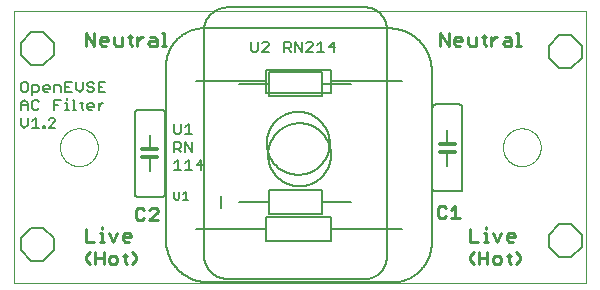
<source format=gto>
G75*
%MOIN*%
%OFA0B0*%
%FSLAX25Y25*%
%IPPOS*%
%LPD*%
%AMOC8*
5,1,8,0,0,1.08239X$1,22.5*
%
%ADD10C,0.00000*%
%ADD11C,0.00700*%
%ADD12C,0.00600*%
%ADD13C,0.00900*%
%ADD14C,0.00500*%
%ADD15C,0.01200*%
D10*
X0001134Y0001000D02*
X0001134Y0091551D01*
X0191827Y0091551D01*
X0191827Y0001000D01*
X0001134Y0001000D01*
X0016362Y0046276D02*
X0016364Y0046434D01*
X0016370Y0046592D01*
X0016380Y0046750D01*
X0016394Y0046908D01*
X0016412Y0047065D01*
X0016433Y0047222D01*
X0016459Y0047378D01*
X0016489Y0047534D01*
X0016522Y0047689D01*
X0016560Y0047842D01*
X0016601Y0047995D01*
X0016646Y0048147D01*
X0016695Y0048298D01*
X0016748Y0048447D01*
X0016804Y0048595D01*
X0016864Y0048741D01*
X0016928Y0048886D01*
X0016996Y0049029D01*
X0017067Y0049171D01*
X0017141Y0049311D01*
X0017219Y0049448D01*
X0017301Y0049584D01*
X0017385Y0049718D01*
X0017474Y0049849D01*
X0017565Y0049978D01*
X0017660Y0050105D01*
X0017757Y0050230D01*
X0017858Y0050352D01*
X0017962Y0050471D01*
X0018069Y0050588D01*
X0018179Y0050702D01*
X0018292Y0050813D01*
X0018407Y0050922D01*
X0018525Y0051027D01*
X0018646Y0051129D01*
X0018769Y0051229D01*
X0018895Y0051325D01*
X0019023Y0051418D01*
X0019153Y0051508D01*
X0019286Y0051594D01*
X0019421Y0051678D01*
X0019557Y0051757D01*
X0019696Y0051834D01*
X0019837Y0051906D01*
X0019979Y0051976D01*
X0020123Y0052041D01*
X0020269Y0052103D01*
X0020416Y0052161D01*
X0020565Y0052216D01*
X0020715Y0052267D01*
X0020866Y0052314D01*
X0021018Y0052357D01*
X0021171Y0052396D01*
X0021326Y0052432D01*
X0021481Y0052463D01*
X0021637Y0052491D01*
X0021793Y0052515D01*
X0021950Y0052535D01*
X0022108Y0052551D01*
X0022265Y0052563D01*
X0022424Y0052571D01*
X0022582Y0052575D01*
X0022740Y0052575D01*
X0022898Y0052571D01*
X0023057Y0052563D01*
X0023214Y0052551D01*
X0023372Y0052535D01*
X0023529Y0052515D01*
X0023685Y0052491D01*
X0023841Y0052463D01*
X0023996Y0052432D01*
X0024151Y0052396D01*
X0024304Y0052357D01*
X0024456Y0052314D01*
X0024607Y0052267D01*
X0024757Y0052216D01*
X0024906Y0052161D01*
X0025053Y0052103D01*
X0025199Y0052041D01*
X0025343Y0051976D01*
X0025485Y0051906D01*
X0025626Y0051834D01*
X0025765Y0051757D01*
X0025901Y0051678D01*
X0026036Y0051594D01*
X0026169Y0051508D01*
X0026299Y0051418D01*
X0026427Y0051325D01*
X0026553Y0051229D01*
X0026676Y0051129D01*
X0026797Y0051027D01*
X0026915Y0050922D01*
X0027030Y0050813D01*
X0027143Y0050702D01*
X0027253Y0050588D01*
X0027360Y0050471D01*
X0027464Y0050352D01*
X0027565Y0050230D01*
X0027662Y0050105D01*
X0027757Y0049978D01*
X0027848Y0049849D01*
X0027937Y0049718D01*
X0028021Y0049584D01*
X0028103Y0049448D01*
X0028181Y0049311D01*
X0028255Y0049171D01*
X0028326Y0049029D01*
X0028394Y0048886D01*
X0028458Y0048741D01*
X0028518Y0048595D01*
X0028574Y0048447D01*
X0028627Y0048298D01*
X0028676Y0048147D01*
X0028721Y0047995D01*
X0028762Y0047842D01*
X0028800Y0047689D01*
X0028833Y0047534D01*
X0028863Y0047378D01*
X0028889Y0047222D01*
X0028910Y0047065D01*
X0028928Y0046908D01*
X0028942Y0046750D01*
X0028952Y0046592D01*
X0028958Y0046434D01*
X0028960Y0046276D01*
X0028958Y0046118D01*
X0028952Y0045960D01*
X0028942Y0045802D01*
X0028928Y0045644D01*
X0028910Y0045487D01*
X0028889Y0045330D01*
X0028863Y0045174D01*
X0028833Y0045018D01*
X0028800Y0044863D01*
X0028762Y0044710D01*
X0028721Y0044557D01*
X0028676Y0044405D01*
X0028627Y0044254D01*
X0028574Y0044105D01*
X0028518Y0043957D01*
X0028458Y0043811D01*
X0028394Y0043666D01*
X0028326Y0043523D01*
X0028255Y0043381D01*
X0028181Y0043241D01*
X0028103Y0043104D01*
X0028021Y0042968D01*
X0027937Y0042834D01*
X0027848Y0042703D01*
X0027757Y0042574D01*
X0027662Y0042447D01*
X0027565Y0042322D01*
X0027464Y0042200D01*
X0027360Y0042081D01*
X0027253Y0041964D01*
X0027143Y0041850D01*
X0027030Y0041739D01*
X0026915Y0041630D01*
X0026797Y0041525D01*
X0026676Y0041423D01*
X0026553Y0041323D01*
X0026427Y0041227D01*
X0026299Y0041134D01*
X0026169Y0041044D01*
X0026036Y0040958D01*
X0025901Y0040874D01*
X0025765Y0040795D01*
X0025626Y0040718D01*
X0025485Y0040646D01*
X0025343Y0040576D01*
X0025199Y0040511D01*
X0025053Y0040449D01*
X0024906Y0040391D01*
X0024757Y0040336D01*
X0024607Y0040285D01*
X0024456Y0040238D01*
X0024304Y0040195D01*
X0024151Y0040156D01*
X0023996Y0040120D01*
X0023841Y0040089D01*
X0023685Y0040061D01*
X0023529Y0040037D01*
X0023372Y0040017D01*
X0023214Y0040001D01*
X0023057Y0039989D01*
X0022898Y0039981D01*
X0022740Y0039977D01*
X0022582Y0039977D01*
X0022424Y0039981D01*
X0022265Y0039989D01*
X0022108Y0040001D01*
X0021950Y0040017D01*
X0021793Y0040037D01*
X0021637Y0040061D01*
X0021481Y0040089D01*
X0021326Y0040120D01*
X0021171Y0040156D01*
X0021018Y0040195D01*
X0020866Y0040238D01*
X0020715Y0040285D01*
X0020565Y0040336D01*
X0020416Y0040391D01*
X0020269Y0040449D01*
X0020123Y0040511D01*
X0019979Y0040576D01*
X0019837Y0040646D01*
X0019696Y0040718D01*
X0019557Y0040795D01*
X0019421Y0040874D01*
X0019286Y0040958D01*
X0019153Y0041044D01*
X0019023Y0041134D01*
X0018895Y0041227D01*
X0018769Y0041323D01*
X0018646Y0041423D01*
X0018525Y0041525D01*
X0018407Y0041630D01*
X0018292Y0041739D01*
X0018179Y0041850D01*
X0018069Y0041964D01*
X0017962Y0042081D01*
X0017858Y0042200D01*
X0017757Y0042322D01*
X0017660Y0042447D01*
X0017565Y0042574D01*
X0017474Y0042703D01*
X0017385Y0042834D01*
X0017301Y0042968D01*
X0017219Y0043104D01*
X0017141Y0043241D01*
X0017067Y0043381D01*
X0016996Y0043523D01*
X0016928Y0043666D01*
X0016864Y0043811D01*
X0016804Y0043957D01*
X0016748Y0044105D01*
X0016695Y0044254D01*
X0016646Y0044405D01*
X0016601Y0044557D01*
X0016560Y0044710D01*
X0016522Y0044863D01*
X0016489Y0045018D01*
X0016459Y0045174D01*
X0016433Y0045330D01*
X0016412Y0045487D01*
X0016394Y0045644D01*
X0016380Y0045802D01*
X0016370Y0045960D01*
X0016364Y0046118D01*
X0016362Y0046276D01*
X0164000Y0046276D02*
X0164002Y0046434D01*
X0164008Y0046592D01*
X0164018Y0046750D01*
X0164032Y0046908D01*
X0164050Y0047065D01*
X0164071Y0047222D01*
X0164097Y0047378D01*
X0164127Y0047534D01*
X0164160Y0047689D01*
X0164198Y0047842D01*
X0164239Y0047995D01*
X0164284Y0048147D01*
X0164333Y0048298D01*
X0164386Y0048447D01*
X0164442Y0048595D01*
X0164502Y0048741D01*
X0164566Y0048886D01*
X0164634Y0049029D01*
X0164705Y0049171D01*
X0164779Y0049311D01*
X0164857Y0049448D01*
X0164939Y0049584D01*
X0165023Y0049718D01*
X0165112Y0049849D01*
X0165203Y0049978D01*
X0165298Y0050105D01*
X0165395Y0050230D01*
X0165496Y0050352D01*
X0165600Y0050471D01*
X0165707Y0050588D01*
X0165817Y0050702D01*
X0165930Y0050813D01*
X0166045Y0050922D01*
X0166163Y0051027D01*
X0166284Y0051129D01*
X0166407Y0051229D01*
X0166533Y0051325D01*
X0166661Y0051418D01*
X0166791Y0051508D01*
X0166924Y0051594D01*
X0167059Y0051678D01*
X0167195Y0051757D01*
X0167334Y0051834D01*
X0167475Y0051906D01*
X0167617Y0051976D01*
X0167761Y0052041D01*
X0167907Y0052103D01*
X0168054Y0052161D01*
X0168203Y0052216D01*
X0168353Y0052267D01*
X0168504Y0052314D01*
X0168656Y0052357D01*
X0168809Y0052396D01*
X0168964Y0052432D01*
X0169119Y0052463D01*
X0169275Y0052491D01*
X0169431Y0052515D01*
X0169588Y0052535D01*
X0169746Y0052551D01*
X0169903Y0052563D01*
X0170062Y0052571D01*
X0170220Y0052575D01*
X0170378Y0052575D01*
X0170536Y0052571D01*
X0170695Y0052563D01*
X0170852Y0052551D01*
X0171010Y0052535D01*
X0171167Y0052515D01*
X0171323Y0052491D01*
X0171479Y0052463D01*
X0171634Y0052432D01*
X0171789Y0052396D01*
X0171942Y0052357D01*
X0172094Y0052314D01*
X0172245Y0052267D01*
X0172395Y0052216D01*
X0172544Y0052161D01*
X0172691Y0052103D01*
X0172837Y0052041D01*
X0172981Y0051976D01*
X0173123Y0051906D01*
X0173264Y0051834D01*
X0173403Y0051757D01*
X0173539Y0051678D01*
X0173674Y0051594D01*
X0173807Y0051508D01*
X0173937Y0051418D01*
X0174065Y0051325D01*
X0174191Y0051229D01*
X0174314Y0051129D01*
X0174435Y0051027D01*
X0174553Y0050922D01*
X0174668Y0050813D01*
X0174781Y0050702D01*
X0174891Y0050588D01*
X0174998Y0050471D01*
X0175102Y0050352D01*
X0175203Y0050230D01*
X0175300Y0050105D01*
X0175395Y0049978D01*
X0175486Y0049849D01*
X0175575Y0049718D01*
X0175659Y0049584D01*
X0175741Y0049448D01*
X0175819Y0049311D01*
X0175893Y0049171D01*
X0175964Y0049029D01*
X0176032Y0048886D01*
X0176096Y0048741D01*
X0176156Y0048595D01*
X0176212Y0048447D01*
X0176265Y0048298D01*
X0176314Y0048147D01*
X0176359Y0047995D01*
X0176400Y0047842D01*
X0176438Y0047689D01*
X0176471Y0047534D01*
X0176501Y0047378D01*
X0176527Y0047222D01*
X0176548Y0047065D01*
X0176566Y0046908D01*
X0176580Y0046750D01*
X0176590Y0046592D01*
X0176596Y0046434D01*
X0176598Y0046276D01*
X0176596Y0046118D01*
X0176590Y0045960D01*
X0176580Y0045802D01*
X0176566Y0045644D01*
X0176548Y0045487D01*
X0176527Y0045330D01*
X0176501Y0045174D01*
X0176471Y0045018D01*
X0176438Y0044863D01*
X0176400Y0044710D01*
X0176359Y0044557D01*
X0176314Y0044405D01*
X0176265Y0044254D01*
X0176212Y0044105D01*
X0176156Y0043957D01*
X0176096Y0043811D01*
X0176032Y0043666D01*
X0175964Y0043523D01*
X0175893Y0043381D01*
X0175819Y0043241D01*
X0175741Y0043104D01*
X0175659Y0042968D01*
X0175575Y0042834D01*
X0175486Y0042703D01*
X0175395Y0042574D01*
X0175300Y0042447D01*
X0175203Y0042322D01*
X0175102Y0042200D01*
X0174998Y0042081D01*
X0174891Y0041964D01*
X0174781Y0041850D01*
X0174668Y0041739D01*
X0174553Y0041630D01*
X0174435Y0041525D01*
X0174314Y0041423D01*
X0174191Y0041323D01*
X0174065Y0041227D01*
X0173937Y0041134D01*
X0173807Y0041044D01*
X0173674Y0040958D01*
X0173539Y0040874D01*
X0173403Y0040795D01*
X0173264Y0040718D01*
X0173123Y0040646D01*
X0172981Y0040576D01*
X0172837Y0040511D01*
X0172691Y0040449D01*
X0172544Y0040391D01*
X0172395Y0040336D01*
X0172245Y0040285D01*
X0172094Y0040238D01*
X0171942Y0040195D01*
X0171789Y0040156D01*
X0171634Y0040120D01*
X0171479Y0040089D01*
X0171323Y0040061D01*
X0171167Y0040037D01*
X0171010Y0040017D01*
X0170852Y0040001D01*
X0170695Y0039989D01*
X0170536Y0039981D01*
X0170378Y0039977D01*
X0170220Y0039977D01*
X0170062Y0039981D01*
X0169903Y0039989D01*
X0169746Y0040001D01*
X0169588Y0040017D01*
X0169431Y0040037D01*
X0169275Y0040061D01*
X0169119Y0040089D01*
X0168964Y0040120D01*
X0168809Y0040156D01*
X0168656Y0040195D01*
X0168504Y0040238D01*
X0168353Y0040285D01*
X0168203Y0040336D01*
X0168054Y0040391D01*
X0167907Y0040449D01*
X0167761Y0040511D01*
X0167617Y0040576D01*
X0167475Y0040646D01*
X0167334Y0040718D01*
X0167195Y0040795D01*
X0167059Y0040874D01*
X0166924Y0040958D01*
X0166791Y0041044D01*
X0166661Y0041134D01*
X0166533Y0041227D01*
X0166407Y0041323D01*
X0166284Y0041423D01*
X0166163Y0041525D01*
X0166045Y0041630D01*
X0165930Y0041739D01*
X0165817Y0041850D01*
X0165707Y0041964D01*
X0165600Y0042081D01*
X0165496Y0042200D01*
X0165395Y0042322D01*
X0165298Y0042447D01*
X0165203Y0042574D01*
X0165112Y0042703D01*
X0165023Y0042834D01*
X0164939Y0042968D01*
X0164857Y0043104D01*
X0164779Y0043241D01*
X0164705Y0043381D01*
X0164634Y0043523D01*
X0164566Y0043666D01*
X0164502Y0043811D01*
X0164442Y0043957D01*
X0164386Y0044105D01*
X0164333Y0044254D01*
X0164284Y0044405D01*
X0164239Y0044557D01*
X0164198Y0044710D01*
X0164160Y0044863D01*
X0164127Y0045018D01*
X0164097Y0045174D01*
X0164071Y0045330D01*
X0164050Y0045487D01*
X0164032Y0045644D01*
X0164018Y0045802D01*
X0164008Y0045960D01*
X0164002Y0046118D01*
X0164000Y0046276D01*
D11*
X0107531Y0078122D02*
X0107531Y0081424D01*
X0105880Y0079773D01*
X0108082Y0079773D01*
X0104399Y0078122D02*
X0102197Y0078122D01*
X0103298Y0078122D02*
X0103298Y0081424D01*
X0102197Y0080324D01*
X0100716Y0080324D02*
X0100716Y0080874D01*
X0100165Y0081424D01*
X0099064Y0081424D01*
X0098514Y0080874D01*
X0097032Y0081424D02*
X0097032Y0078122D01*
X0094831Y0081424D01*
X0094831Y0078122D01*
X0093349Y0078122D02*
X0092248Y0079223D01*
X0092799Y0079223D02*
X0091147Y0079223D01*
X0091147Y0078122D02*
X0091147Y0081424D01*
X0092799Y0081424D01*
X0093349Y0080874D01*
X0093349Y0079773D01*
X0092799Y0079223D01*
X0098514Y0078122D02*
X0100716Y0080324D01*
X0100716Y0078122D02*
X0098514Y0078122D01*
X0085983Y0078122D02*
X0083781Y0078122D01*
X0085983Y0080324D01*
X0085983Y0080874D01*
X0085433Y0081424D01*
X0084332Y0081424D01*
X0083781Y0080874D01*
X0082300Y0081424D02*
X0082300Y0078672D01*
X0081749Y0078122D01*
X0080648Y0078122D01*
X0080098Y0078672D01*
X0080098Y0081424D01*
X0031405Y0067991D02*
X0029203Y0067991D01*
X0029203Y0064689D01*
X0031405Y0064689D01*
X0030304Y0066340D02*
X0029203Y0066340D01*
X0027722Y0065790D02*
X0027722Y0065239D01*
X0027171Y0064689D01*
X0026070Y0064689D01*
X0025520Y0065239D01*
X0026070Y0066340D02*
X0027171Y0066340D01*
X0027722Y0065790D01*
X0027722Y0067441D02*
X0027171Y0067991D01*
X0026070Y0067991D01*
X0025520Y0067441D01*
X0025520Y0066890D01*
X0026070Y0066340D01*
X0024038Y0065790D02*
X0024038Y0067991D01*
X0021837Y0067991D02*
X0021837Y0065790D01*
X0022938Y0064689D01*
X0024038Y0065790D01*
X0020355Y0064689D02*
X0018153Y0064689D01*
X0018153Y0067991D01*
X0020355Y0067991D01*
X0019254Y0066340D02*
X0018153Y0066340D01*
X0016672Y0066340D02*
X0016672Y0064689D01*
X0016672Y0066340D02*
X0016122Y0066890D01*
X0014470Y0066890D01*
X0014470Y0064689D01*
X0012989Y0065790D02*
X0010787Y0065790D01*
X0010787Y0066340D02*
X0011338Y0066890D01*
X0012439Y0066890D01*
X0012989Y0066340D01*
X0012989Y0065790D01*
X0012439Y0064689D02*
X0011338Y0064689D01*
X0010787Y0065239D01*
X0010787Y0066340D01*
X0009306Y0066340D02*
X0009306Y0065239D01*
X0008755Y0064689D01*
X0007104Y0064689D01*
X0005623Y0065239D02*
X0005623Y0067441D01*
X0005072Y0067991D01*
X0003971Y0067991D01*
X0003421Y0067441D01*
X0003421Y0065239D01*
X0003971Y0064689D01*
X0005072Y0064689D01*
X0005623Y0065239D01*
X0007104Y0063588D02*
X0007104Y0066890D01*
X0008755Y0066890D01*
X0009306Y0066340D01*
X0008755Y0061991D02*
X0007654Y0061991D01*
X0007104Y0061441D01*
X0007104Y0059239D01*
X0007654Y0058689D01*
X0008755Y0058689D01*
X0009306Y0059239D01*
X0009306Y0061441D02*
X0008755Y0061991D01*
X0005623Y0060890D02*
X0005623Y0058689D01*
X0003421Y0058689D02*
X0003421Y0060890D01*
X0004522Y0061991D01*
X0005623Y0060890D01*
X0005623Y0060340D02*
X0003421Y0060340D01*
X0003421Y0055991D02*
X0003421Y0053790D01*
X0004522Y0052689D01*
X0005623Y0053790D01*
X0005623Y0055991D01*
X0007104Y0054890D02*
X0008205Y0055991D01*
X0008205Y0052689D01*
X0007104Y0052689D02*
X0009306Y0052689D01*
X0010787Y0052689D02*
X0010787Y0053239D01*
X0011338Y0053239D01*
X0011338Y0052689D01*
X0010787Y0052689D01*
X0012629Y0052689D02*
X0014831Y0054890D01*
X0014831Y0055441D01*
X0014280Y0055991D01*
X0013179Y0055991D01*
X0012629Y0055441D01*
X0012629Y0052689D02*
X0014831Y0052689D01*
X0014470Y0058689D02*
X0014470Y0061991D01*
X0016672Y0061991D01*
X0018153Y0060890D02*
X0018704Y0060890D01*
X0018704Y0058689D01*
X0019254Y0058689D02*
X0018153Y0058689D01*
X0020609Y0058689D02*
X0021710Y0058689D01*
X0021159Y0058689D02*
X0021159Y0061991D01*
X0020609Y0061991D01*
X0018704Y0061991D02*
X0018704Y0062542D01*
X0015571Y0060340D02*
X0014470Y0060340D01*
X0023064Y0060890D02*
X0024165Y0060890D01*
X0023615Y0061441D02*
X0023615Y0059239D01*
X0024165Y0058689D01*
X0025520Y0059239D02*
X0025520Y0060340D01*
X0026070Y0060890D01*
X0027171Y0060890D01*
X0027722Y0060340D01*
X0027722Y0059790D01*
X0025520Y0059790D01*
X0025520Y0059239D02*
X0026070Y0058689D01*
X0027171Y0058689D01*
X0029203Y0058689D02*
X0029203Y0060890D01*
X0029203Y0059790D02*
X0030304Y0060890D01*
X0030854Y0060890D01*
X0054507Y0054054D02*
X0054507Y0051302D01*
X0055058Y0050752D01*
X0056159Y0050752D01*
X0056709Y0051302D01*
X0056709Y0054054D01*
X0058191Y0052953D02*
X0059292Y0054054D01*
X0059292Y0050752D01*
X0060392Y0050752D02*
X0058191Y0050752D01*
X0058191Y0048054D02*
X0060392Y0044752D01*
X0060392Y0048054D01*
X0058191Y0048054D02*
X0058191Y0044752D01*
X0056709Y0044752D02*
X0055608Y0045853D01*
X0056159Y0045853D02*
X0054507Y0045853D01*
X0054507Y0044752D02*
X0054507Y0048054D01*
X0056159Y0048054D01*
X0056709Y0047504D01*
X0056709Y0046403D01*
X0056159Y0045853D01*
X0055608Y0042054D02*
X0055608Y0038752D01*
X0054507Y0038752D02*
X0056709Y0038752D01*
X0058191Y0038752D02*
X0060392Y0038752D01*
X0059292Y0038752D02*
X0059292Y0042054D01*
X0058191Y0040953D01*
X0055608Y0042054D02*
X0054507Y0040953D01*
X0061874Y0040403D02*
X0064076Y0040403D01*
X0063525Y0042054D02*
X0061874Y0040403D01*
X0063525Y0038752D02*
X0063525Y0042054D01*
D12*
X0046283Y0043107D02*
X0046283Y0038307D01*
X0046283Y0045607D02*
X0046283Y0050307D01*
X0041283Y0057807D02*
X0041285Y0057867D01*
X0041290Y0057928D01*
X0041299Y0057987D01*
X0041312Y0058046D01*
X0041328Y0058105D01*
X0041348Y0058162D01*
X0041371Y0058217D01*
X0041398Y0058272D01*
X0041427Y0058324D01*
X0041460Y0058375D01*
X0041496Y0058424D01*
X0041534Y0058470D01*
X0041576Y0058514D01*
X0041620Y0058556D01*
X0041666Y0058594D01*
X0041715Y0058630D01*
X0041766Y0058663D01*
X0041818Y0058692D01*
X0041873Y0058719D01*
X0041928Y0058742D01*
X0041985Y0058762D01*
X0042044Y0058778D01*
X0042103Y0058791D01*
X0042162Y0058800D01*
X0042223Y0058805D01*
X0042283Y0058807D01*
X0050283Y0058807D01*
X0050343Y0058805D01*
X0050404Y0058800D01*
X0050463Y0058791D01*
X0050522Y0058778D01*
X0050581Y0058762D01*
X0050638Y0058742D01*
X0050693Y0058719D01*
X0050748Y0058692D01*
X0050800Y0058663D01*
X0050851Y0058630D01*
X0050900Y0058594D01*
X0050946Y0058556D01*
X0050990Y0058514D01*
X0051032Y0058470D01*
X0051070Y0058424D01*
X0051106Y0058375D01*
X0051139Y0058324D01*
X0051168Y0058272D01*
X0051195Y0058217D01*
X0051218Y0058162D01*
X0051238Y0058105D01*
X0051254Y0058046D01*
X0051267Y0057987D01*
X0051276Y0057928D01*
X0051281Y0057867D01*
X0051283Y0057807D01*
X0051283Y0030807D01*
X0051281Y0030747D01*
X0051276Y0030686D01*
X0051267Y0030627D01*
X0051254Y0030568D01*
X0051238Y0030509D01*
X0051218Y0030452D01*
X0051195Y0030397D01*
X0051168Y0030342D01*
X0051139Y0030290D01*
X0051106Y0030239D01*
X0051070Y0030190D01*
X0051032Y0030144D01*
X0050990Y0030100D01*
X0050946Y0030058D01*
X0050900Y0030020D01*
X0050851Y0029984D01*
X0050800Y0029951D01*
X0050748Y0029922D01*
X0050693Y0029895D01*
X0050638Y0029872D01*
X0050581Y0029852D01*
X0050522Y0029836D01*
X0050463Y0029823D01*
X0050404Y0029814D01*
X0050343Y0029809D01*
X0050283Y0029807D01*
X0042283Y0029807D01*
X0042223Y0029809D01*
X0042162Y0029814D01*
X0042103Y0029823D01*
X0042044Y0029836D01*
X0041985Y0029852D01*
X0041928Y0029872D01*
X0041873Y0029895D01*
X0041818Y0029922D01*
X0041766Y0029951D01*
X0041715Y0029984D01*
X0041666Y0030020D01*
X0041620Y0030058D01*
X0041576Y0030100D01*
X0041534Y0030144D01*
X0041496Y0030190D01*
X0041460Y0030239D01*
X0041427Y0030290D01*
X0041398Y0030342D01*
X0041371Y0030397D01*
X0041348Y0030452D01*
X0041328Y0030509D01*
X0041312Y0030568D01*
X0041299Y0030627D01*
X0041290Y0030686D01*
X0041285Y0030747D01*
X0041283Y0030807D01*
X0041283Y0057807D01*
X0014209Y0077063D02*
X0010709Y0073563D01*
X0006709Y0073563D01*
X0003209Y0077063D01*
X0003209Y0081063D01*
X0006709Y0084563D01*
X0010709Y0084563D01*
X0014209Y0081063D01*
X0014209Y0077063D01*
X0054457Y0031461D02*
X0054457Y0029293D01*
X0054891Y0028859D01*
X0055759Y0028859D01*
X0056192Y0029293D01*
X0056192Y0031461D01*
X0057404Y0030594D02*
X0058271Y0031461D01*
X0058271Y0028859D01*
X0057404Y0028859D02*
X0059139Y0028859D01*
X0014209Y0016024D02*
X0014209Y0012024D01*
X0010709Y0008524D01*
X0006709Y0008524D01*
X0003209Y0012024D01*
X0003209Y0016024D01*
X0006709Y0019524D01*
X0010709Y0019524D01*
X0014209Y0016024D01*
X0140496Y0032539D02*
X0140496Y0059539D01*
X0140498Y0059599D01*
X0140503Y0059660D01*
X0140512Y0059719D01*
X0140525Y0059778D01*
X0140541Y0059837D01*
X0140561Y0059894D01*
X0140584Y0059949D01*
X0140611Y0060004D01*
X0140640Y0060056D01*
X0140673Y0060107D01*
X0140709Y0060156D01*
X0140747Y0060202D01*
X0140789Y0060246D01*
X0140833Y0060288D01*
X0140879Y0060326D01*
X0140928Y0060362D01*
X0140979Y0060395D01*
X0141031Y0060424D01*
X0141086Y0060451D01*
X0141141Y0060474D01*
X0141198Y0060494D01*
X0141257Y0060510D01*
X0141316Y0060523D01*
X0141375Y0060532D01*
X0141436Y0060537D01*
X0141496Y0060539D01*
X0149496Y0060539D01*
X0149556Y0060537D01*
X0149617Y0060532D01*
X0149676Y0060523D01*
X0149735Y0060510D01*
X0149794Y0060494D01*
X0149851Y0060474D01*
X0149906Y0060451D01*
X0149961Y0060424D01*
X0150013Y0060395D01*
X0150064Y0060362D01*
X0150113Y0060326D01*
X0150159Y0060288D01*
X0150203Y0060246D01*
X0150245Y0060202D01*
X0150283Y0060156D01*
X0150319Y0060107D01*
X0150352Y0060056D01*
X0150381Y0060004D01*
X0150408Y0059949D01*
X0150431Y0059894D01*
X0150451Y0059837D01*
X0150467Y0059778D01*
X0150480Y0059719D01*
X0150489Y0059660D01*
X0150494Y0059599D01*
X0150496Y0059539D01*
X0150496Y0032539D01*
X0150494Y0032479D01*
X0150489Y0032418D01*
X0150480Y0032359D01*
X0150467Y0032300D01*
X0150451Y0032241D01*
X0150431Y0032184D01*
X0150408Y0032129D01*
X0150381Y0032074D01*
X0150352Y0032022D01*
X0150319Y0031971D01*
X0150283Y0031922D01*
X0150245Y0031876D01*
X0150203Y0031832D01*
X0150159Y0031790D01*
X0150113Y0031752D01*
X0150064Y0031716D01*
X0150013Y0031683D01*
X0149961Y0031654D01*
X0149906Y0031627D01*
X0149851Y0031604D01*
X0149794Y0031584D01*
X0149735Y0031568D01*
X0149676Y0031555D01*
X0149617Y0031546D01*
X0149556Y0031541D01*
X0149496Y0031539D01*
X0141496Y0031539D01*
X0141436Y0031541D01*
X0141375Y0031546D01*
X0141316Y0031555D01*
X0141257Y0031568D01*
X0141198Y0031584D01*
X0141141Y0031604D01*
X0141086Y0031627D01*
X0141031Y0031654D01*
X0140979Y0031683D01*
X0140928Y0031716D01*
X0140879Y0031752D01*
X0140833Y0031790D01*
X0140789Y0031832D01*
X0140747Y0031876D01*
X0140709Y0031922D01*
X0140673Y0031971D01*
X0140640Y0032022D01*
X0140611Y0032074D01*
X0140584Y0032129D01*
X0140561Y0032184D01*
X0140541Y0032241D01*
X0140525Y0032300D01*
X0140512Y0032359D01*
X0140503Y0032418D01*
X0140498Y0032479D01*
X0140496Y0032539D01*
X0145496Y0040039D02*
X0145496Y0044839D01*
X0145496Y0047339D02*
X0145496Y0052039D01*
X0179209Y0076102D02*
X0182709Y0072602D01*
X0186709Y0072602D01*
X0190209Y0076102D01*
X0190209Y0080102D01*
X0186709Y0083602D01*
X0182709Y0083602D01*
X0179209Y0080102D01*
X0179209Y0076102D01*
X0182709Y0020642D02*
X0186709Y0020642D01*
X0190209Y0017142D01*
X0190209Y0013142D01*
X0186709Y0009642D01*
X0182709Y0009642D01*
X0179209Y0013142D01*
X0179209Y0017142D01*
X0182709Y0020642D01*
D13*
X0168045Y0016907D02*
X0168045Y0016223D01*
X0165310Y0016223D01*
X0165310Y0015539D02*
X0165310Y0016907D01*
X0165994Y0017591D01*
X0167362Y0017591D01*
X0168045Y0016907D01*
X0167362Y0014856D02*
X0165994Y0014856D01*
X0165310Y0015539D01*
X0163442Y0017591D02*
X0162074Y0014856D01*
X0160706Y0017591D01*
X0158321Y0017591D02*
X0158321Y0014856D01*
X0159004Y0014856D02*
X0157637Y0014856D01*
X0155768Y0014856D02*
X0153033Y0014856D01*
X0153033Y0018959D01*
X0157637Y0017591D02*
X0158321Y0017591D01*
X0158321Y0018959D02*
X0158321Y0019643D01*
X0149558Y0022733D02*
X0146822Y0022733D01*
X0148190Y0022733D02*
X0148190Y0026837D01*
X0146822Y0025469D01*
X0144954Y0026153D02*
X0144270Y0026837D01*
X0142902Y0026837D01*
X0142219Y0026153D01*
X0142219Y0023417D01*
X0142902Y0022733D01*
X0144270Y0022733D01*
X0144954Y0023417D01*
X0154401Y0011459D02*
X0153033Y0010091D01*
X0153033Y0008723D01*
X0154401Y0007356D01*
X0156102Y0007356D02*
X0156102Y0011459D01*
X0158838Y0011459D02*
X0158838Y0007356D01*
X0160706Y0008039D02*
X0161390Y0007356D01*
X0162758Y0007356D01*
X0163442Y0008039D01*
X0163442Y0009407D01*
X0162758Y0010091D01*
X0161390Y0010091D01*
X0160706Y0009407D01*
X0160706Y0008039D01*
X0158838Y0009407D02*
X0156102Y0009407D01*
X0165310Y0010091D02*
X0166678Y0010091D01*
X0165994Y0010775D02*
X0165994Y0008039D01*
X0166678Y0007356D01*
X0168379Y0007356D02*
X0169747Y0008723D01*
X0169747Y0010091D01*
X0168379Y0011459D01*
X0048928Y0021946D02*
X0046193Y0021946D01*
X0048928Y0024682D01*
X0048928Y0025366D01*
X0048244Y0026050D01*
X0046876Y0026050D01*
X0046193Y0025366D01*
X0044324Y0025366D02*
X0043640Y0026050D01*
X0042273Y0026050D01*
X0041589Y0025366D01*
X0041589Y0022630D01*
X0042273Y0021946D01*
X0043640Y0021946D01*
X0044324Y0022630D01*
X0039409Y0017591D02*
X0038041Y0017591D01*
X0037357Y0016907D01*
X0037357Y0015539D01*
X0038041Y0014856D01*
X0039409Y0014856D01*
X0040093Y0016223D02*
X0037357Y0016223D01*
X0035489Y0017591D02*
X0034121Y0014856D01*
X0032753Y0017591D01*
X0030368Y0017591D02*
X0030368Y0014856D01*
X0029684Y0014856D02*
X0031052Y0014856D01*
X0030368Y0017591D02*
X0029684Y0017591D01*
X0030368Y0018959D02*
X0030368Y0019643D01*
X0025080Y0018959D02*
X0025080Y0014856D01*
X0027816Y0014856D01*
X0028149Y0011459D02*
X0028149Y0007356D01*
X0026448Y0007356D02*
X0025080Y0008723D01*
X0025080Y0010091D01*
X0026448Y0011459D01*
X0028149Y0009407D02*
X0030885Y0009407D01*
X0032753Y0009407D02*
X0032753Y0008039D01*
X0033437Y0007356D01*
X0034805Y0007356D01*
X0035489Y0008039D01*
X0035489Y0009407D01*
X0034805Y0010091D01*
X0033437Y0010091D01*
X0032753Y0009407D01*
X0030885Y0011459D02*
X0030885Y0007356D01*
X0037357Y0010091D02*
X0038725Y0010091D01*
X0038041Y0010775D02*
X0038041Y0008039D01*
X0038725Y0007356D01*
X0040426Y0007356D02*
X0041794Y0008723D01*
X0041794Y0010091D01*
X0040426Y0011459D01*
X0040093Y0016223D02*
X0040093Y0016907D01*
X0039409Y0017591D01*
X0040260Y0080190D02*
X0039576Y0080874D01*
X0039576Y0083610D01*
X0038892Y0082926D02*
X0040260Y0082926D01*
X0041961Y0082926D02*
X0041961Y0080190D01*
X0041961Y0081558D02*
X0043329Y0082926D01*
X0044013Y0082926D01*
X0046481Y0082926D02*
X0047849Y0082926D01*
X0048533Y0082242D01*
X0048533Y0080190D01*
X0046481Y0080190D01*
X0045798Y0080874D01*
X0046481Y0081558D01*
X0048533Y0081558D01*
X0050402Y0080190D02*
X0051769Y0080190D01*
X0051085Y0080190D02*
X0051085Y0084294D01*
X0050402Y0084294D01*
X0037023Y0082926D02*
X0037023Y0080190D01*
X0034972Y0080190D01*
X0034288Y0080874D01*
X0034288Y0082926D01*
X0032420Y0082242D02*
X0032420Y0081558D01*
X0029684Y0081558D01*
X0029684Y0080874D02*
X0029684Y0082242D01*
X0030368Y0082926D01*
X0031736Y0082926D01*
X0032420Y0082242D01*
X0030368Y0080190D02*
X0029684Y0080874D01*
X0030368Y0080190D02*
X0031736Y0080190D01*
X0027816Y0080190D02*
X0027816Y0084294D01*
X0025080Y0084294D02*
X0027816Y0080190D01*
X0025080Y0080190D02*
X0025080Y0084294D01*
X0143190Y0084294D02*
X0143190Y0080190D01*
X0145926Y0080190D02*
X0145926Y0084294D01*
X0143190Y0084294D02*
X0145926Y0080190D01*
X0147794Y0080874D02*
X0147794Y0082242D01*
X0148478Y0082926D01*
X0149846Y0082926D01*
X0150530Y0082242D01*
X0150530Y0081558D01*
X0147794Y0081558D01*
X0147794Y0080874D02*
X0148478Y0080190D01*
X0149846Y0080190D01*
X0152398Y0080874D02*
X0153082Y0080190D01*
X0155134Y0080190D01*
X0155134Y0082926D01*
X0157002Y0082926D02*
X0158370Y0082926D01*
X0157686Y0083610D02*
X0157686Y0080874D01*
X0158370Y0080190D01*
X0160071Y0080190D02*
X0160071Y0082926D01*
X0160071Y0081558D02*
X0161439Y0082926D01*
X0162123Y0082926D01*
X0164592Y0082926D02*
X0165960Y0082926D01*
X0166643Y0082242D01*
X0166643Y0080190D01*
X0164592Y0080190D01*
X0163908Y0080874D01*
X0164592Y0081558D01*
X0166643Y0081558D01*
X0168512Y0080190D02*
X0169880Y0080190D01*
X0169196Y0080190D02*
X0169196Y0084294D01*
X0168512Y0084294D01*
X0152398Y0082926D02*
X0152398Y0080874D01*
D14*
X0140299Y0071726D02*
X0140299Y0014481D01*
X0130457Y0018992D02*
X0106835Y0018992D01*
X0106835Y0022929D01*
X0085181Y0022929D01*
X0085181Y0018992D01*
X0061559Y0018992D01*
X0051717Y0015195D02*
X0051721Y0014859D01*
X0051733Y0014523D01*
X0051754Y0014187D01*
X0051782Y0013852D01*
X0051818Y0013517D01*
X0051863Y0013184D01*
X0051916Y0012852D01*
X0051976Y0012521D01*
X0052045Y0012191D01*
X0052121Y0011864D01*
X0052206Y0011538D01*
X0052298Y0011215D01*
X0052398Y0010894D01*
X0052506Y0010575D01*
X0052622Y0010259D01*
X0052745Y0009946D01*
X0052875Y0009636D01*
X0053013Y0009330D01*
X0053159Y0009026D01*
X0053311Y0008727D01*
X0053471Y0008431D01*
X0053638Y0008139D01*
X0053812Y0007851D01*
X0053993Y0007567D01*
X0054181Y0007288D01*
X0054375Y0007014D01*
X0054576Y0006744D01*
X0054784Y0006479D01*
X0054997Y0006219D01*
X0055217Y0005965D01*
X0055444Y0005716D01*
X0055676Y0005472D01*
X0055913Y0005235D01*
X0056157Y0005003D01*
X0056406Y0004776D01*
X0056660Y0004556D01*
X0056920Y0004343D01*
X0057185Y0004135D01*
X0057455Y0003934D01*
X0057729Y0003740D01*
X0058008Y0003552D01*
X0058292Y0003371D01*
X0058580Y0003197D01*
X0058872Y0003030D01*
X0059168Y0002870D01*
X0059467Y0002718D01*
X0059771Y0002572D01*
X0060077Y0002434D01*
X0060387Y0002304D01*
X0060700Y0002181D01*
X0061016Y0002065D01*
X0061335Y0001957D01*
X0061656Y0001857D01*
X0061979Y0001765D01*
X0062305Y0001680D01*
X0062632Y0001604D01*
X0062962Y0001535D01*
X0063293Y0001475D01*
X0063625Y0001422D01*
X0063958Y0001377D01*
X0064293Y0001341D01*
X0064628Y0001313D01*
X0064964Y0001292D01*
X0065300Y0001280D01*
X0065636Y0001276D01*
X0127094Y0001276D01*
X0117828Y0002339D02*
X0072467Y0002339D01*
X0072269Y0002341D01*
X0072071Y0002349D01*
X0071874Y0002361D01*
X0071676Y0002377D01*
X0071480Y0002399D01*
X0071283Y0002425D01*
X0071088Y0002456D01*
X0070893Y0002492D01*
X0070700Y0002532D01*
X0070507Y0002577D01*
X0070315Y0002627D01*
X0070125Y0002681D01*
X0069936Y0002740D01*
X0069748Y0002803D01*
X0069562Y0002871D01*
X0069378Y0002944D01*
X0069196Y0003021D01*
X0069015Y0003102D01*
X0068837Y0003187D01*
X0068660Y0003277D01*
X0068486Y0003371D01*
X0068314Y0003470D01*
X0068145Y0003572D01*
X0067978Y0003678D01*
X0067814Y0003789D01*
X0067652Y0003903D01*
X0067494Y0004022D01*
X0067338Y0004144D01*
X0067185Y0004269D01*
X0067035Y0004399D01*
X0066889Y0004532D01*
X0066745Y0004669D01*
X0066606Y0004808D01*
X0066469Y0004952D01*
X0066336Y0005098D01*
X0066206Y0005248D01*
X0066081Y0005401D01*
X0065959Y0005557D01*
X0065840Y0005715D01*
X0065726Y0005877D01*
X0065615Y0006041D01*
X0065509Y0006208D01*
X0065407Y0006377D01*
X0065308Y0006549D01*
X0065214Y0006723D01*
X0065124Y0006900D01*
X0065039Y0007078D01*
X0064958Y0007259D01*
X0064881Y0007441D01*
X0064808Y0007625D01*
X0064740Y0007811D01*
X0064677Y0007999D01*
X0064618Y0008188D01*
X0064564Y0008378D01*
X0064514Y0008570D01*
X0064469Y0008763D01*
X0064429Y0008956D01*
X0064393Y0009151D01*
X0064362Y0009346D01*
X0064336Y0009543D01*
X0064314Y0009739D01*
X0064298Y0009937D01*
X0064286Y0010134D01*
X0064278Y0010332D01*
X0064276Y0010530D01*
X0064276Y0085061D01*
X0064321Y0085921D02*
X0126104Y0085921D01*
X0125299Y0085819D02*
X0125299Y0009810D01*
X0127094Y0001276D02*
X0127413Y0001280D01*
X0127732Y0001291D01*
X0128051Y0001311D01*
X0128368Y0001338D01*
X0128686Y0001372D01*
X0129002Y0001415D01*
X0129317Y0001464D01*
X0129631Y0001522D01*
X0129943Y0001587D01*
X0130254Y0001660D01*
X0130563Y0001740D01*
X0130870Y0001827D01*
X0131175Y0001922D01*
X0131477Y0002025D01*
X0131777Y0002134D01*
X0132074Y0002251D01*
X0132368Y0002375D01*
X0132659Y0002506D01*
X0132946Y0002644D01*
X0133231Y0002789D01*
X0133511Y0002940D01*
X0133788Y0003099D01*
X0134061Y0003264D01*
X0134331Y0003435D01*
X0134595Y0003613D01*
X0134856Y0003798D01*
X0135112Y0003989D01*
X0135363Y0004185D01*
X0135609Y0004388D01*
X0135851Y0004597D01*
X0136087Y0004811D01*
X0136318Y0005032D01*
X0136543Y0005257D01*
X0136764Y0005488D01*
X0136978Y0005724D01*
X0137187Y0005966D01*
X0137390Y0006212D01*
X0137586Y0006463D01*
X0137777Y0006719D01*
X0137962Y0006980D01*
X0138140Y0007244D01*
X0138311Y0007514D01*
X0138476Y0007787D01*
X0138635Y0008064D01*
X0138786Y0008344D01*
X0138931Y0008629D01*
X0139069Y0008916D01*
X0139200Y0009207D01*
X0139324Y0009501D01*
X0139441Y0009798D01*
X0139550Y0010098D01*
X0139653Y0010400D01*
X0139748Y0010705D01*
X0139835Y0011012D01*
X0139915Y0011321D01*
X0139988Y0011632D01*
X0140053Y0011944D01*
X0140111Y0012258D01*
X0140160Y0012573D01*
X0140203Y0012889D01*
X0140237Y0013207D01*
X0140264Y0013524D01*
X0140284Y0013843D01*
X0140295Y0014162D01*
X0140299Y0014481D01*
X0125299Y0009810D02*
X0125297Y0009629D01*
X0125290Y0009449D01*
X0125279Y0009269D01*
X0125264Y0009089D01*
X0125245Y0008909D01*
X0125221Y0008731D01*
X0125192Y0008552D01*
X0125160Y0008375D01*
X0125123Y0008198D01*
X0125082Y0008022D01*
X0125037Y0007847D01*
X0124987Y0007674D01*
X0124933Y0007501D01*
X0124875Y0007330D01*
X0124814Y0007161D01*
X0124747Y0006993D01*
X0124677Y0006826D01*
X0124603Y0006662D01*
X0124525Y0006499D01*
X0124443Y0006338D01*
X0124357Y0006179D01*
X0124268Y0006023D01*
X0124174Y0005868D01*
X0124077Y0005716D01*
X0123977Y0005566D01*
X0123872Y0005419D01*
X0123764Y0005274D01*
X0123653Y0005132D01*
X0123538Y0004992D01*
X0123420Y0004856D01*
X0123299Y0004722D01*
X0123174Y0004591D01*
X0123047Y0004464D01*
X0122916Y0004339D01*
X0122782Y0004218D01*
X0122646Y0004100D01*
X0122506Y0003985D01*
X0122364Y0003874D01*
X0122219Y0003766D01*
X0122072Y0003661D01*
X0121922Y0003561D01*
X0121770Y0003464D01*
X0121615Y0003370D01*
X0121459Y0003281D01*
X0121300Y0003195D01*
X0121139Y0003113D01*
X0120976Y0003035D01*
X0120812Y0002961D01*
X0120645Y0002891D01*
X0120477Y0002824D01*
X0120308Y0002763D01*
X0120137Y0002705D01*
X0119964Y0002651D01*
X0119791Y0002601D01*
X0119616Y0002556D01*
X0119440Y0002515D01*
X0119263Y0002478D01*
X0119086Y0002446D01*
X0118907Y0002417D01*
X0118729Y0002393D01*
X0118549Y0002374D01*
X0118369Y0002359D01*
X0118189Y0002348D01*
X0118009Y0002341D01*
X0117828Y0002339D01*
X0106835Y0015055D02*
X0085181Y0015055D01*
X0085181Y0018992D01*
X0085929Y0023992D02*
X0103646Y0023992D01*
X0103646Y0027929D01*
X0103646Y0031866D01*
X0085929Y0031866D01*
X0085929Y0023992D01*
X0085929Y0027929D02*
X0076087Y0027929D01*
X0070181Y0029898D02*
X0070181Y0025961D01*
X0051717Y0015195D02*
X0051717Y0073317D01*
X0061559Y0068205D02*
X0085181Y0068205D01*
X0085181Y0064268D01*
X0106835Y0064268D01*
X0106835Y0068205D01*
X0106835Y0072142D01*
X0085181Y0072142D01*
X0085181Y0068205D01*
X0085929Y0067299D02*
X0076087Y0067299D01*
X0085929Y0063362D02*
X0103646Y0063362D01*
X0103646Y0067299D01*
X0103646Y0071236D01*
X0085929Y0071236D01*
X0085929Y0063362D01*
X0103646Y0067299D02*
X0113488Y0067299D01*
X0106835Y0068205D02*
X0130457Y0068205D01*
X0140299Y0071726D02*
X0140295Y0072069D01*
X0140282Y0072412D01*
X0140262Y0072754D01*
X0140233Y0073096D01*
X0140196Y0073437D01*
X0140150Y0073777D01*
X0140096Y0074116D01*
X0140035Y0074453D01*
X0139965Y0074789D01*
X0139887Y0075123D01*
X0139800Y0075455D01*
X0139706Y0075785D01*
X0139604Y0076112D01*
X0139494Y0076437D01*
X0139377Y0076760D01*
X0139251Y0077079D01*
X0139118Y0077395D01*
X0138977Y0077708D01*
X0138829Y0078017D01*
X0138673Y0078323D01*
X0138510Y0078625D01*
X0138340Y0078922D01*
X0138162Y0079216D01*
X0137978Y0079505D01*
X0137786Y0079790D01*
X0137588Y0080070D01*
X0137383Y0080345D01*
X0137171Y0080615D01*
X0136953Y0080880D01*
X0136729Y0081139D01*
X0136499Y0081393D01*
X0136262Y0081641D01*
X0136019Y0081884D01*
X0135771Y0082121D01*
X0135517Y0082351D01*
X0135258Y0082575D01*
X0134993Y0082793D01*
X0134723Y0083005D01*
X0134448Y0083210D01*
X0134168Y0083408D01*
X0133883Y0083600D01*
X0133594Y0083784D01*
X0133300Y0083962D01*
X0133003Y0084132D01*
X0132701Y0084295D01*
X0132395Y0084451D01*
X0132086Y0084599D01*
X0131773Y0084740D01*
X0131457Y0084873D01*
X0131138Y0084999D01*
X0130815Y0085116D01*
X0130490Y0085226D01*
X0130163Y0085328D01*
X0129833Y0085422D01*
X0129501Y0085509D01*
X0129167Y0085587D01*
X0128831Y0085657D01*
X0128494Y0085718D01*
X0128155Y0085772D01*
X0127815Y0085818D01*
X0127474Y0085855D01*
X0127132Y0085884D01*
X0126790Y0085904D01*
X0126447Y0085917D01*
X0126104Y0085921D01*
X0125299Y0085819D02*
X0125297Y0085990D01*
X0125291Y0086161D01*
X0125280Y0086331D01*
X0125266Y0086501D01*
X0125247Y0086671D01*
X0125225Y0086841D01*
X0125198Y0087009D01*
X0125167Y0087178D01*
X0125132Y0087345D01*
X0125094Y0087511D01*
X0125051Y0087677D01*
X0125004Y0087841D01*
X0124953Y0088004D01*
X0124898Y0088166D01*
X0124839Y0088326D01*
X0124777Y0088485D01*
X0124711Y0088643D01*
X0124641Y0088799D01*
X0124567Y0088953D01*
X0124489Y0089105D01*
X0124408Y0089255D01*
X0124323Y0089404D01*
X0124235Y0089550D01*
X0124143Y0089694D01*
X0124047Y0089836D01*
X0123949Y0089975D01*
X0123846Y0090112D01*
X0123741Y0090247D01*
X0123632Y0090379D01*
X0123521Y0090508D01*
X0123406Y0090634D01*
X0123288Y0090758D01*
X0123167Y0090879D01*
X0123043Y0090997D01*
X0122917Y0091112D01*
X0122788Y0091223D01*
X0122656Y0091332D01*
X0122521Y0091437D01*
X0122384Y0091540D01*
X0122245Y0091638D01*
X0122103Y0091734D01*
X0121959Y0091826D01*
X0121813Y0091914D01*
X0121664Y0091999D01*
X0121514Y0092080D01*
X0121362Y0092158D01*
X0121208Y0092232D01*
X0121052Y0092302D01*
X0120894Y0092368D01*
X0120735Y0092430D01*
X0120575Y0092489D01*
X0120413Y0092544D01*
X0120250Y0092595D01*
X0120086Y0092642D01*
X0119920Y0092685D01*
X0119754Y0092723D01*
X0119587Y0092758D01*
X0119418Y0092789D01*
X0119250Y0092816D01*
X0119080Y0092838D01*
X0118910Y0092857D01*
X0118740Y0092871D01*
X0118570Y0092882D01*
X0118399Y0092888D01*
X0118228Y0092890D01*
X0072104Y0092890D01*
X0072104Y0092889D02*
X0071915Y0092887D01*
X0071726Y0092880D01*
X0071537Y0092868D01*
X0071348Y0092852D01*
X0071160Y0092832D01*
X0070973Y0092807D01*
X0070786Y0092777D01*
X0070600Y0092743D01*
X0070415Y0092705D01*
X0070231Y0092662D01*
X0070048Y0092614D01*
X0069866Y0092562D01*
X0069685Y0092506D01*
X0069506Y0092445D01*
X0069328Y0092380D01*
X0069152Y0092311D01*
X0068978Y0092238D01*
X0068805Y0092160D01*
X0068635Y0092078D01*
X0068466Y0091992D01*
X0068300Y0091902D01*
X0068136Y0091808D01*
X0067974Y0091711D01*
X0067814Y0091609D01*
X0067657Y0091503D01*
X0067503Y0091394D01*
X0067351Y0091281D01*
X0067202Y0091164D01*
X0067056Y0091044D01*
X0066913Y0090920D01*
X0066773Y0090793D01*
X0066636Y0090663D01*
X0066502Y0090529D01*
X0066372Y0090392D01*
X0066245Y0090252D01*
X0066121Y0090109D01*
X0066001Y0089963D01*
X0065884Y0089814D01*
X0065771Y0089662D01*
X0065662Y0089508D01*
X0065556Y0089351D01*
X0065454Y0089191D01*
X0065357Y0089029D01*
X0065263Y0088865D01*
X0065173Y0088699D01*
X0065087Y0088530D01*
X0065005Y0088360D01*
X0064927Y0088187D01*
X0064854Y0088013D01*
X0064785Y0087837D01*
X0064720Y0087659D01*
X0064659Y0087480D01*
X0064603Y0087299D01*
X0064551Y0087117D01*
X0064503Y0086934D01*
X0064460Y0086750D01*
X0064422Y0086565D01*
X0064388Y0086379D01*
X0064358Y0086192D01*
X0064333Y0086005D01*
X0064313Y0085817D01*
X0064297Y0085628D01*
X0064285Y0085439D01*
X0064278Y0085250D01*
X0064276Y0085061D01*
X0064321Y0085922D02*
X0064016Y0085918D01*
X0063712Y0085907D01*
X0063408Y0085889D01*
X0063104Y0085863D01*
X0062802Y0085830D01*
X0062500Y0085790D01*
X0062199Y0085742D01*
X0061899Y0085687D01*
X0061601Y0085625D01*
X0061304Y0085556D01*
X0061010Y0085479D01*
X0060717Y0085396D01*
X0060426Y0085305D01*
X0060137Y0085207D01*
X0059851Y0085103D01*
X0059568Y0084991D01*
X0059287Y0084873D01*
X0059009Y0084748D01*
X0058735Y0084616D01*
X0058463Y0084478D01*
X0058195Y0084333D01*
X0057931Y0084182D01*
X0057670Y0084025D01*
X0057413Y0083861D01*
X0057161Y0083691D01*
X0056912Y0083515D01*
X0056668Y0083333D01*
X0056428Y0083145D01*
X0056193Y0082951D01*
X0055962Y0082752D01*
X0055737Y0082547D01*
X0055516Y0082337D01*
X0055301Y0082122D01*
X0055091Y0081901D01*
X0054886Y0081676D01*
X0054687Y0081445D01*
X0054493Y0081210D01*
X0054305Y0080970D01*
X0054123Y0080726D01*
X0053947Y0080477D01*
X0053777Y0080225D01*
X0053613Y0079968D01*
X0053456Y0079707D01*
X0053305Y0079443D01*
X0053160Y0079175D01*
X0053022Y0078903D01*
X0052890Y0078629D01*
X0052765Y0078351D01*
X0052647Y0078070D01*
X0052535Y0077787D01*
X0052431Y0077501D01*
X0052333Y0077212D01*
X0052242Y0076921D01*
X0052159Y0076628D01*
X0052082Y0076334D01*
X0052013Y0076037D01*
X0051951Y0075739D01*
X0051896Y0075439D01*
X0051848Y0075138D01*
X0051808Y0074836D01*
X0051775Y0074534D01*
X0051749Y0074230D01*
X0051731Y0073926D01*
X0051720Y0073622D01*
X0051716Y0073317D01*
X0085289Y0047614D02*
X0085292Y0047871D01*
X0085302Y0048128D01*
X0085317Y0048385D01*
X0085339Y0048642D01*
X0085368Y0048897D01*
X0085402Y0049152D01*
X0085443Y0049406D01*
X0085490Y0049659D01*
X0085544Y0049911D01*
X0085603Y0050161D01*
X0085669Y0050410D01*
X0085740Y0050657D01*
X0085818Y0050902D01*
X0085902Y0051146D01*
X0085991Y0051387D01*
X0086087Y0051626D01*
X0086188Y0051862D01*
X0086295Y0052096D01*
X0086408Y0052327D01*
X0086527Y0052556D01*
X0086651Y0052781D01*
X0086780Y0053003D01*
X0086915Y0053222D01*
X0087056Y0053438D01*
X0087201Y0053650D01*
X0087352Y0053859D01*
X0087508Y0054063D01*
X0087669Y0054264D01*
X0087834Y0054461D01*
X0088005Y0054654D01*
X0088180Y0054842D01*
X0088359Y0055027D01*
X0088544Y0055206D01*
X0088732Y0055381D01*
X0088925Y0055552D01*
X0089122Y0055717D01*
X0089323Y0055878D01*
X0089527Y0056034D01*
X0089736Y0056185D01*
X0089948Y0056330D01*
X0090164Y0056471D01*
X0090383Y0056606D01*
X0090605Y0056735D01*
X0090830Y0056859D01*
X0091059Y0056978D01*
X0091290Y0057091D01*
X0091524Y0057198D01*
X0091760Y0057299D01*
X0091999Y0057395D01*
X0092240Y0057484D01*
X0092484Y0057568D01*
X0092729Y0057646D01*
X0092976Y0057717D01*
X0093225Y0057783D01*
X0093475Y0057842D01*
X0093727Y0057896D01*
X0093980Y0057943D01*
X0094234Y0057984D01*
X0094489Y0058018D01*
X0094744Y0058047D01*
X0095001Y0058069D01*
X0095258Y0058084D01*
X0095515Y0058094D01*
X0095772Y0058097D01*
X0096029Y0058094D01*
X0096286Y0058084D01*
X0096543Y0058069D01*
X0096800Y0058047D01*
X0097055Y0058018D01*
X0097310Y0057984D01*
X0097564Y0057943D01*
X0097817Y0057896D01*
X0098069Y0057842D01*
X0098319Y0057783D01*
X0098568Y0057717D01*
X0098815Y0057646D01*
X0099060Y0057568D01*
X0099304Y0057484D01*
X0099545Y0057395D01*
X0099784Y0057299D01*
X0100020Y0057198D01*
X0100254Y0057091D01*
X0100485Y0056978D01*
X0100714Y0056859D01*
X0100939Y0056735D01*
X0101161Y0056606D01*
X0101380Y0056471D01*
X0101596Y0056330D01*
X0101808Y0056185D01*
X0102017Y0056034D01*
X0102221Y0055878D01*
X0102422Y0055717D01*
X0102619Y0055552D01*
X0102812Y0055381D01*
X0103000Y0055206D01*
X0103185Y0055027D01*
X0103364Y0054842D01*
X0103539Y0054654D01*
X0103710Y0054461D01*
X0103875Y0054264D01*
X0104036Y0054063D01*
X0104192Y0053859D01*
X0104343Y0053650D01*
X0104488Y0053438D01*
X0104629Y0053222D01*
X0104764Y0053003D01*
X0104893Y0052781D01*
X0105017Y0052556D01*
X0105136Y0052327D01*
X0105249Y0052096D01*
X0105356Y0051862D01*
X0105457Y0051626D01*
X0105553Y0051387D01*
X0105642Y0051146D01*
X0105726Y0050902D01*
X0105804Y0050657D01*
X0105875Y0050410D01*
X0105941Y0050161D01*
X0106000Y0049911D01*
X0106054Y0049659D01*
X0106101Y0049406D01*
X0106142Y0049152D01*
X0106176Y0048897D01*
X0106205Y0048642D01*
X0106227Y0048385D01*
X0106242Y0048128D01*
X0106252Y0047871D01*
X0106255Y0047614D01*
X0106252Y0047357D01*
X0106242Y0047100D01*
X0106227Y0046843D01*
X0106205Y0046586D01*
X0106176Y0046331D01*
X0106142Y0046076D01*
X0106101Y0045822D01*
X0106054Y0045569D01*
X0106000Y0045317D01*
X0105941Y0045067D01*
X0105875Y0044818D01*
X0105804Y0044571D01*
X0105726Y0044326D01*
X0105642Y0044082D01*
X0105553Y0043841D01*
X0105457Y0043602D01*
X0105356Y0043366D01*
X0105249Y0043132D01*
X0105136Y0042901D01*
X0105017Y0042672D01*
X0104893Y0042447D01*
X0104764Y0042225D01*
X0104629Y0042006D01*
X0104488Y0041790D01*
X0104343Y0041578D01*
X0104192Y0041369D01*
X0104036Y0041165D01*
X0103875Y0040964D01*
X0103710Y0040767D01*
X0103539Y0040574D01*
X0103364Y0040386D01*
X0103185Y0040201D01*
X0103000Y0040022D01*
X0102812Y0039847D01*
X0102619Y0039676D01*
X0102422Y0039511D01*
X0102221Y0039350D01*
X0102017Y0039194D01*
X0101808Y0039043D01*
X0101596Y0038898D01*
X0101380Y0038757D01*
X0101161Y0038622D01*
X0100939Y0038493D01*
X0100714Y0038369D01*
X0100485Y0038250D01*
X0100254Y0038137D01*
X0100020Y0038030D01*
X0099784Y0037929D01*
X0099545Y0037833D01*
X0099304Y0037744D01*
X0099060Y0037660D01*
X0098815Y0037582D01*
X0098568Y0037511D01*
X0098319Y0037445D01*
X0098069Y0037386D01*
X0097817Y0037332D01*
X0097564Y0037285D01*
X0097310Y0037244D01*
X0097055Y0037210D01*
X0096800Y0037181D01*
X0096543Y0037159D01*
X0096286Y0037144D01*
X0096029Y0037134D01*
X0095772Y0037131D01*
X0095515Y0037134D01*
X0095258Y0037144D01*
X0095001Y0037159D01*
X0094744Y0037181D01*
X0094489Y0037210D01*
X0094234Y0037244D01*
X0093980Y0037285D01*
X0093727Y0037332D01*
X0093475Y0037386D01*
X0093225Y0037445D01*
X0092976Y0037511D01*
X0092729Y0037582D01*
X0092484Y0037660D01*
X0092240Y0037744D01*
X0091999Y0037833D01*
X0091760Y0037929D01*
X0091524Y0038030D01*
X0091290Y0038137D01*
X0091059Y0038250D01*
X0090830Y0038369D01*
X0090605Y0038493D01*
X0090383Y0038622D01*
X0090164Y0038757D01*
X0089948Y0038898D01*
X0089736Y0039043D01*
X0089527Y0039194D01*
X0089323Y0039350D01*
X0089122Y0039511D01*
X0088925Y0039676D01*
X0088732Y0039847D01*
X0088544Y0040022D01*
X0088359Y0040201D01*
X0088180Y0040386D01*
X0088005Y0040574D01*
X0087834Y0040767D01*
X0087669Y0040964D01*
X0087508Y0041165D01*
X0087352Y0041369D01*
X0087201Y0041578D01*
X0087056Y0041790D01*
X0086915Y0042006D01*
X0086780Y0042225D01*
X0086651Y0042447D01*
X0086527Y0042672D01*
X0086408Y0042901D01*
X0086295Y0043132D01*
X0086188Y0043366D01*
X0086087Y0043602D01*
X0085991Y0043841D01*
X0085902Y0044082D01*
X0085818Y0044326D01*
X0085740Y0044571D01*
X0085669Y0044818D01*
X0085603Y0045067D01*
X0085544Y0045317D01*
X0085490Y0045569D01*
X0085443Y0045822D01*
X0085402Y0046076D01*
X0085368Y0046331D01*
X0085339Y0046586D01*
X0085317Y0046843D01*
X0085302Y0047100D01*
X0085292Y0047357D01*
X0085289Y0047614D01*
X0085722Y0043795D02*
X0085725Y0044052D01*
X0085735Y0044309D01*
X0085750Y0044566D01*
X0085772Y0044823D01*
X0085801Y0045078D01*
X0085835Y0045333D01*
X0085876Y0045587D01*
X0085923Y0045840D01*
X0085977Y0046092D01*
X0086036Y0046342D01*
X0086102Y0046591D01*
X0086173Y0046838D01*
X0086251Y0047083D01*
X0086335Y0047327D01*
X0086424Y0047568D01*
X0086520Y0047807D01*
X0086621Y0048043D01*
X0086728Y0048277D01*
X0086841Y0048508D01*
X0086960Y0048737D01*
X0087084Y0048962D01*
X0087213Y0049184D01*
X0087348Y0049403D01*
X0087489Y0049619D01*
X0087634Y0049831D01*
X0087785Y0050040D01*
X0087941Y0050244D01*
X0088102Y0050445D01*
X0088267Y0050642D01*
X0088438Y0050835D01*
X0088613Y0051023D01*
X0088792Y0051208D01*
X0088977Y0051387D01*
X0089165Y0051562D01*
X0089358Y0051733D01*
X0089555Y0051898D01*
X0089756Y0052059D01*
X0089960Y0052215D01*
X0090169Y0052366D01*
X0090381Y0052511D01*
X0090597Y0052652D01*
X0090816Y0052787D01*
X0091038Y0052916D01*
X0091263Y0053040D01*
X0091492Y0053159D01*
X0091723Y0053272D01*
X0091957Y0053379D01*
X0092193Y0053480D01*
X0092432Y0053576D01*
X0092673Y0053665D01*
X0092917Y0053749D01*
X0093162Y0053827D01*
X0093409Y0053898D01*
X0093658Y0053964D01*
X0093908Y0054023D01*
X0094160Y0054077D01*
X0094413Y0054124D01*
X0094667Y0054165D01*
X0094922Y0054199D01*
X0095177Y0054228D01*
X0095434Y0054250D01*
X0095691Y0054265D01*
X0095948Y0054275D01*
X0096205Y0054278D01*
X0096462Y0054275D01*
X0096719Y0054265D01*
X0096976Y0054250D01*
X0097233Y0054228D01*
X0097488Y0054199D01*
X0097743Y0054165D01*
X0097997Y0054124D01*
X0098250Y0054077D01*
X0098502Y0054023D01*
X0098752Y0053964D01*
X0099001Y0053898D01*
X0099248Y0053827D01*
X0099493Y0053749D01*
X0099737Y0053665D01*
X0099978Y0053576D01*
X0100217Y0053480D01*
X0100453Y0053379D01*
X0100687Y0053272D01*
X0100918Y0053159D01*
X0101147Y0053040D01*
X0101372Y0052916D01*
X0101594Y0052787D01*
X0101813Y0052652D01*
X0102029Y0052511D01*
X0102241Y0052366D01*
X0102450Y0052215D01*
X0102654Y0052059D01*
X0102855Y0051898D01*
X0103052Y0051733D01*
X0103245Y0051562D01*
X0103433Y0051387D01*
X0103618Y0051208D01*
X0103797Y0051023D01*
X0103972Y0050835D01*
X0104143Y0050642D01*
X0104308Y0050445D01*
X0104469Y0050244D01*
X0104625Y0050040D01*
X0104776Y0049831D01*
X0104921Y0049619D01*
X0105062Y0049403D01*
X0105197Y0049184D01*
X0105326Y0048962D01*
X0105450Y0048737D01*
X0105569Y0048508D01*
X0105682Y0048277D01*
X0105789Y0048043D01*
X0105890Y0047807D01*
X0105986Y0047568D01*
X0106075Y0047327D01*
X0106159Y0047083D01*
X0106237Y0046838D01*
X0106308Y0046591D01*
X0106374Y0046342D01*
X0106433Y0046092D01*
X0106487Y0045840D01*
X0106534Y0045587D01*
X0106575Y0045333D01*
X0106609Y0045078D01*
X0106638Y0044823D01*
X0106660Y0044566D01*
X0106675Y0044309D01*
X0106685Y0044052D01*
X0106688Y0043795D01*
X0106685Y0043538D01*
X0106675Y0043281D01*
X0106660Y0043024D01*
X0106638Y0042767D01*
X0106609Y0042512D01*
X0106575Y0042257D01*
X0106534Y0042003D01*
X0106487Y0041750D01*
X0106433Y0041498D01*
X0106374Y0041248D01*
X0106308Y0040999D01*
X0106237Y0040752D01*
X0106159Y0040507D01*
X0106075Y0040263D01*
X0105986Y0040022D01*
X0105890Y0039783D01*
X0105789Y0039547D01*
X0105682Y0039313D01*
X0105569Y0039082D01*
X0105450Y0038853D01*
X0105326Y0038628D01*
X0105197Y0038406D01*
X0105062Y0038187D01*
X0104921Y0037971D01*
X0104776Y0037759D01*
X0104625Y0037550D01*
X0104469Y0037346D01*
X0104308Y0037145D01*
X0104143Y0036948D01*
X0103972Y0036755D01*
X0103797Y0036567D01*
X0103618Y0036382D01*
X0103433Y0036203D01*
X0103245Y0036028D01*
X0103052Y0035857D01*
X0102855Y0035692D01*
X0102654Y0035531D01*
X0102450Y0035375D01*
X0102241Y0035224D01*
X0102029Y0035079D01*
X0101813Y0034938D01*
X0101594Y0034803D01*
X0101372Y0034674D01*
X0101147Y0034550D01*
X0100918Y0034431D01*
X0100687Y0034318D01*
X0100453Y0034211D01*
X0100217Y0034110D01*
X0099978Y0034014D01*
X0099737Y0033925D01*
X0099493Y0033841D01*
X0099248Y0033763D01*
X0099001Y0033692D01*
X0098752Y0033626D01*
X0098502Y0033567D01*
X0098250Y0033513D01*
X0097997Y0033466D01*
X0097743Y0033425D01*
X0097488Y0033391D01*
X0097233Y0033362D01*
X0096976Y0033340D01*
X0096719Y0033325D01*
X0096462Y0033315D01*
X0096205Y0033312D01*
X0095948Y0033315D01*
X0095691Y0033325D01*
X0095434Y0033340D01*
X0095177Y0033362D01*
X0094922Y0033391D01*
X0094667Y0033425D01*
X0094413Y0033466D01*
X0094160Y0033513D01*
X0093908Y0033567D01*
X0093658Y0033626D01*
X0093409Y0033692D01*
X0093162Y0033763D01*
X0092917Y0033841D01*
X0092673Y0033925D01*
X0092432Y0034014D01*
X0092193Y0034110D01*
X0091957Y0034211D01*
X0091723Y0034318D01*
X0091492Y0034431D01*
X0091263Y0034550D01*
X0091038Y0034674D01*
X0090816Y0034803D01*
X0090597Y0034938D01*
X0090381Y0035079D01*
X0090169Y0035224D01*
X0089960Y0035375D01*
X0089756Y0035531D01*
X0089555Y0035692D01*
X0089358Y0035857D01*
X0089165Y0036028D01*
X0088977Y0036203D01*
X0088792Y0036382D01*
X0088613Y0036567D01*
X0088438Y0036755D01*
X0088267Y0036948D01*
X0088102Y0037145D01*
X0087941Y0037346D01*
X0087785Y0037550D01*
X0087634Y0037759D01*
X0087489Y0037971D01*
X0087348Y0038187D01*
X0087213Y0038406D01*
X0087084Y0038628D01*
X0086960Y0038853D01*
X0086841Y0039082D01*
X0086728Y0039313D01*
X0086621Y0039547D01*
X0086520Y0039783D01*
X0086424Y0040022D01*
X0086335Y0040263D01*
X0086251Y0040507D01*
X0086173Y0040752D01*
X0086102Y0040999D01*
X0086036Y0041248D01*
X0085977Y0041498D01*
X0085923Y0041750D01*
X0085876Y0042003D01*
X0085835Y0042257D01*
X0085801Y0042512D01*
X0085772Y0042767D01*
X0085750Y0043024D01*
X0085735Y0043281D01*
X0085725Y0043538D01*
X0085722Y0043795D01*
X0103646Y0027929D02*
X0113488Y0027929D01*
X0106835Y0018992D02*
X0106835Y0015055D01*
D15*
X0142996Y0044839D02*
X0145496Y0044839D01*
X0147996Y0044839D01*
X0147996Y0047339D02*
X0145496Y0047339D01*
X0142996Y0047339D01*
X0048783Y0045607D02*
X0046283Y0045607D01*
X0043783Y0045607D01*
X0043783Y0043107D02*
X0046283Y0043107D01*
X0048783Y0043107D01*
M02*

</source>
